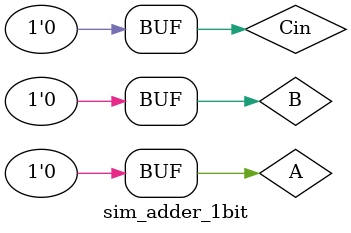
<source format=v>
`timescale 1ns / 1ps


module sim_adder_1bit(

    );
    reg A,B,Cin;
    wire C,Cout;
    
    initial begin
        A=1;B=1;Cin=1;
        #10 A=0;
        #20 B=0;
        #30 Cin=0;
    end
    
    adder_1bit test(Cin,A,B,C,Cout);    
endmodule

</source>
